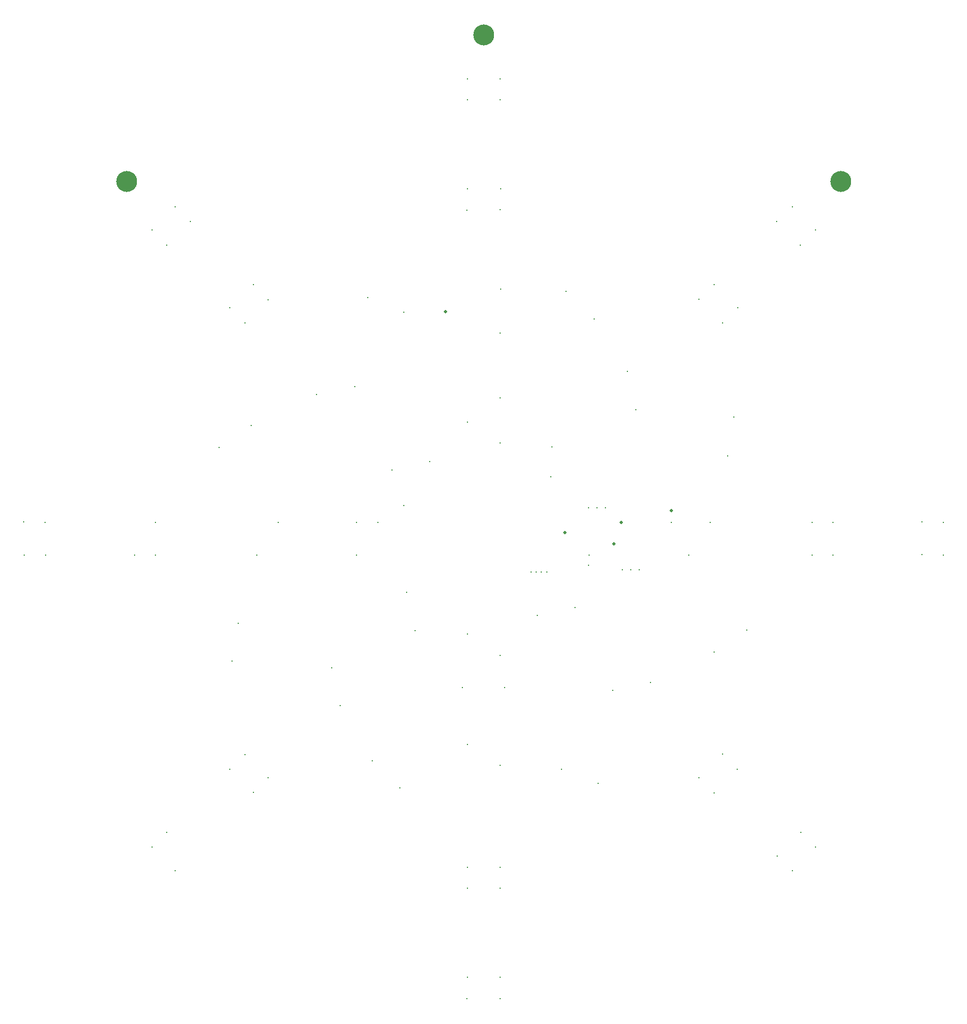
<source format=gbr>
G04 Generated by Ultiboard 14.1 *
%FSLAX24Y24*%
%MOIN*%

%ADD10C,0.0001*%
%ADD11C,0.1240*%
%ADD12C,0.0100*%
%ADD13C,0.0200*%


G04 ColorRGB 000000 for the following layer *
%LNDrill-Copper Top-Copper Bottom*%
%LPD*%
G54D11*
X12190Y54460D03*
X33330Y63130D03*
X54460Y54460D03*
G54D12*
X27890Y37410D03*
X32350Y40230D03*
X46740Y34310D03*
X48900Y27920D03*
X43210Y24820D03*
X48340Y19680D03*
X52970Y15080D03*
X15060Y13700D03*
X18420Y26080D03*
X17660Y38730D03*
X26470Y47580D03*
X41840Y43230D03*
X38212Y47973D03*
X60530Y34310D03*
X19900Y32370D03*
X28350Y18590D03*
X38740Y29270D03*
X29270Y27900D03*
X32360Y60530D03*
X32360Y54020D03*
X39580Y32370D03*
X51586Y52968D03*
X32350Y59280D03*
X52960Y51590D03*
X14580Y50700D03*
X34300Y60530D03*
X50670Y52090D03*
X60520Y32370D03*
X59270Y34320D03*
X51590Y13700D03*
X52090Y15960D03*
X32340Y6120D03*
X40040Y35170D03*
X52750Y34310D03*
X46980Y18310D03*
X40540Y35170D03*
X39540Y35170D03*
X25805Y32370D03*
X37376Y38768D03*
X34300Y26440D03*
X23442Y41846D03*
X48146Y40517D03*
X40109Y18875D03*
X34300Y19920D03*
X24824Y23452D03*
X12650Y32370D03*
X18312Y46986D03*
X46976Y48358D03*
X54000Y34310D03*
X34300Y12650D03*
X19684Y18312D03*
X6130Y32370D03*
X13702Y51596D03*
X34300Y6130D03*
X47450Y20590D03*
X32360Y12650D03*
X7390Y32360D03*
X15070Y52970D03*
X34290Y7380D03*
X13690Y15080D03*
X20560Y19210D03*
X6110Y34330D03*
X34290Y13910D03*
X18290Y19690D03*
X28590Y35310D03*
X34580Y24520D03*
X32080Y24520D03*
X25800Y34310D03*
X13910Y32370D03*
X19690Y48360D03*
X19190Y46100D03*
X34320Y54020D03*
X32340Y52770D03*
X48350Y46990D03*
X46080Y47480D03*
X54000Y32360D03*
X36120Y31360D03*
X36420Y31370D03*
X37050Y31370D03*
X36730Y31370D03*
X27050Y34310D03*
X30140Y37880D03*
X34290Y38980D03*
X37300Y37000D03*
X36490Y28790D03*
X32350Y27690D03*
X28770Y30150D03*
X21160Y34300D03*
X19560Y40030D03*
X25700Y42330D03*
X28610Y46740D03*
X34290Y45490D03*
X39850Y46340D03*
X42320Y40950D03*
X47750Y38240D03*
X45470Y32370D03*
X46980Y26630D03*
X40950Y24350D03*
X37940Y19690D03*
X32360Y21170D03*
X26720Y20210D03*
X24340Y25700D03*
X18810Y28320D03*
X13900Y34310D03*
X20560Y47470D03*
X34300Y52780D03*
X47460Y46100D03*
X52750Y32370D03*
X46080Y19200D03*
X32360Y13900D03*
X19200Y20570D03*
X7380Y34310D03*
X15960Y52080D03*
X34300Y59280D03*
X52070Y50700D03*
X59280Y32380D03*
X50700Y14570D03*
X32360Y7380D03*
X14580Y15960D03*
X34310Y41645D03*
X34320Y48096D03*
X39540Y31760D03*
X44440Y34297D03*
X42540Y31510D03*
X42040Y31500D03*
X41540Y31500D03*
G54D13*
X41460Y34310D03*
X31050Y46750D03*
X38130Y33700D03*
X41040Y33030D03*
X44430Y35010D03*

M02*

</source>
